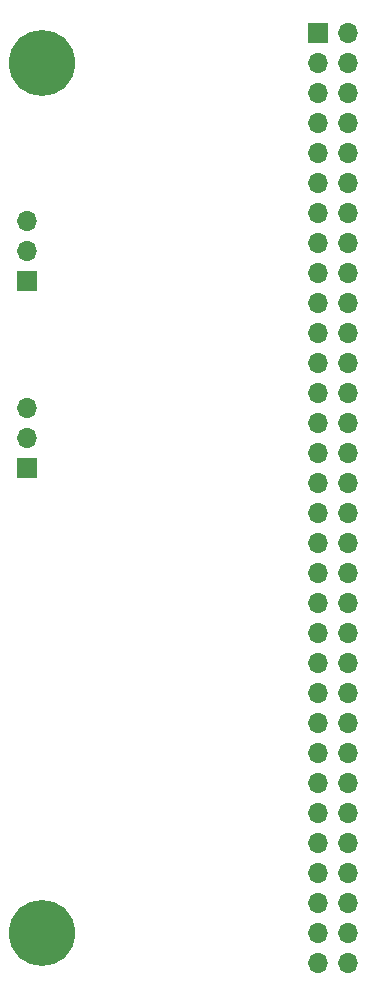
<source format=gbr>
%TF.GenerationSoftware,KiCad,Pcbnew,6.0.4-6f826c9f35~116~ubuntu21.10.1*%
%TF.CreationDate,2022-04-23T21:14:11+02:00*%
%TF.ProjectId,qm k7 aux brd,716d206b-3720-4617-9578-206272642e6b,rev?*%
%TF.SameCoordinates,Original*%
%TF.FileFunction,Soldermask,Bot*%
%TF.FilePolarity,Negative*%
%FSLAX46Y46*%
G04 Gerber Fmt 4.6, Leading zero omitted, Abs format (unit mm)*
G04 Created by KiCad (PCBNEW 6.0.4-6f826c9f35~116~ubuntu21.10.1) date 2022-04-23 21:14:11*
%MOMM*%
%LPD*%
G01*
G04 APERTURE LIST*
%ADD10R,1.700000X1.700000*%
%ADD11O,1.700000X1.700000*%
%ADD12C,5.600000*%
G04 APERTURE END LIST*
D10*
%TO.C,J3*%
X106680000Y-99060000D03*
D11*
X106680000Y-96520000D03*
X106680000Y-93980000D03*
%TD*%
D12*
%TO.C,H1*%
X107950000Y-64770000D03*
%TD*%
D10*
%TO.C,J4*%
X106680000Y-83185000D03*
D11*
X106680000Y-80645000D03*
X106680000Y-78105000D03*
%TD*%
D12*
%TO.C,H2*%
X107950000Y-138430000D03*
%TD*%
D10*
%TO.C,J1*%
X131298000Y-62225000D03*
D11*
X133838000Y-62225000D03*
X131298000Y-64765000D03*
X133838000Y-64765000D03*
X131298000Y-67305000D03*
X133838000Y-67305000D03*
X131298000Y-69845000D03*
X133838000Y-69845000D03*
X131298000Y-72385000D03*
X133838000Y-72385000D03*
X131298000Y-74925000D03*
X133838000Y-74925000D03*
X131298000Y-77465000D03*
X133838000Y-77465000D03*
X131298000Y-80005000D03*
X133838000Y-80005000D03*
X131298000Y-82545000D03*
X133838000Y-82545000D03*
X131298000Y-85085000D03*
X133838000Y-85085000D03*
X131298000Y-87625000D03*
X133838000Y-87625000D03*
X131298000Y-90165000D03*
X133838000Y-90165000D03*
X131298000Y-92705000D03*
X133838000Y-92705000D03*
X131298000Y-95245000D03*
X133838000Y-95245000D03*
X131298000Y-97785000D03*
X133838000Y-97785000D03*
X131298000Y-100325000D03*
X133838000Y-100325000D03*
X131298000Y-102865000D03*
X133838000Y-102865000D03*
X131298000Y-105405000D03*
X133838000Y-105405000D03*
X131298000Y-107945000D03*
X133838000Y-107945000D03*
X131298000Y-110485000D03*
X133838000Y-110485000D03*
X131298000Y-113025000D03*
X133838000Y-113025000D03*
X131298000Y-115565000D03*
X133838000Y-115565000D03*
X131298000Y-118105000D03*
X133838000Y-118105000D03*
X131298000Y-120645000D03*
X133838000Y-120645000D03*
X131298000Y-123185000D03*
X133838000Y-123185000D03*
X131298000Y-125725000D03*
X133838000Y-125725000D03*
X131298000Y-128265000D03*
X133838000Y-128265000D03*
X131298000Y-130805000D03*
X133838000Y-130805000D03*
X131298000Y-133345000D03*
X133838000Y-133345000D03*
X131298000Y-135885000D03*
X133838000Y-135885000D03*
X131298000Y-138425000D03*
X133838000Y-138425000D03*
X131298000Y-140965000D03*
X133838000Y-140965000D03*
%TD*%
M02*

</source>
